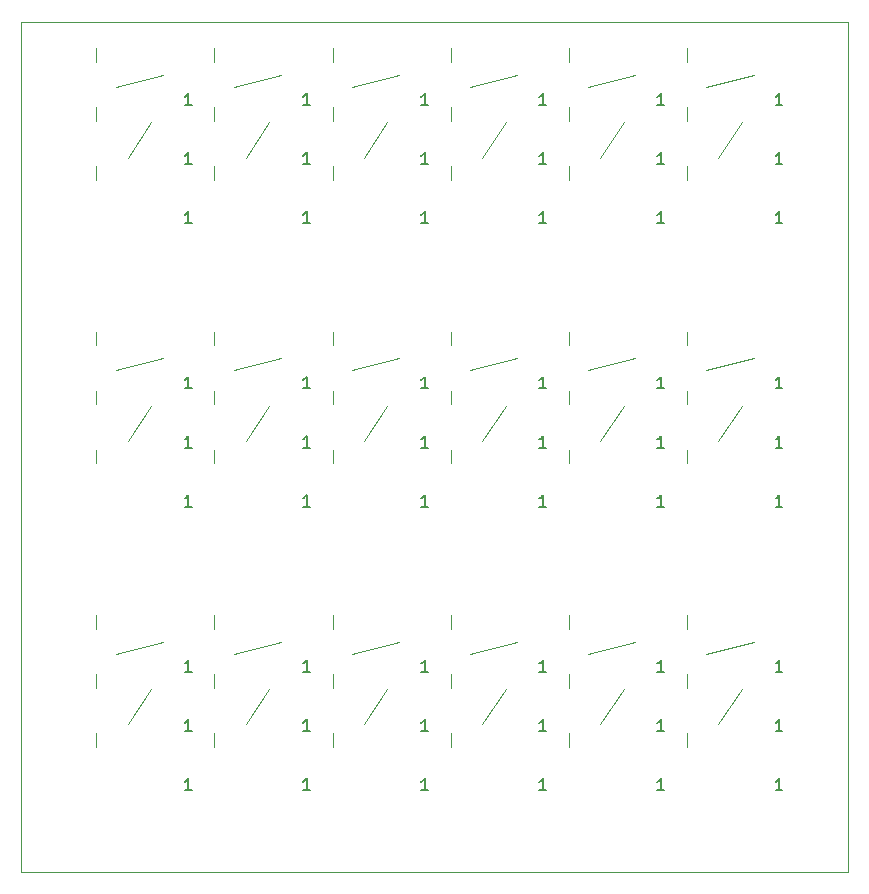
<source format=gbr>
G04 #@! TF.GenerationSoftware,KiCad,Pcbnew,5.1.10-88a1d61d58~90~ubuntu21.04.1*
G04 #@! TF.CreationDate,2021-10-01T11:59:45+02:00*
G04 #@! TF.ProjectId,IndicatorLeds,496e6469-6361-4746-9f72-4c6564732e6b,rev?*
G04 #@! TF.SameCoordinates,Original*
G04 #@! TF.FileFunction,Legend,Top*
G04 #@! TF.FilePolarity,Positive*
%FSLAX46Y46*%
G04 Gerber Fmt 4.6, Leading zero omitted, Abs format (unit mm)*
G04 Created by KiCad (PCBNEW 5.1.10-88a1d61d58~90~ubuntu21.04.1) date 2021-10-01 11:59:45*
%MOMM*%
%LPD*%
G01*
G04 APERTURE LIST*
G04 #@! TA.AperFunction,Profile*
%ADD10C,0.100000*%
G04 #@! TD*
%ADD11C,0.120000*%
%ADD12C,0.150000*%
G04 APERTURE END LIST*
D10*
X45000000Y-49999000D02*
X110000000Y-49999000D01*
X45000000Y-122001000D02*
X45000000Y-49999000D01*
X115001000Y-122001000D02*
X45000000Y-122001000D01*
X115001000Y-49999000D02*
X115001000Y-122001000D01*
X110000000Y-49999000D02*
X115001000Y-49999000D01*
D11*
X106000026Y-106500011D02*
X104000026Y-109500011D01*
X103000026Y-103500011D02*
X107000026Y-102500011D01*
X96000021Y-106500011D02*
X94000021Y-109500011D01*
X93000021Y-103500011D02*
X97000021Y-102500011D01*
X86000016Y-106500011D02*
X84000016Y-109500011D01*
X83000016Y-103500011D02*
X87000016Y-102500011D01*
X76000011Y-106500011D02*
X74000011Y-109500011D01*
X73000011Y-103500011D02*
X77000011Y-102500011D01*
X66000006Y-106500011D02*
X64000006Y-109500011D01*
X63000006Y-103500011D02*
X67000006Y-102500011D01*
X56000001Y-106500011D02*
X54000001Y-109500011D01*
X53000001Y-103500011D02*
X57000001Y-102500011D01*
X106000026Y-82500006D02*
X104000026Y-85500006D01*
X103000026Y-79500006D02*
X107000026Y-78500006D01*
X96000021Y-82500006D02*
X94000021Y-85500006D01*
X93000021Y-79500006D02*
X97000021Y-78500006D01*
X86000016Y-82500006D02*
X84000016Y-85500006D01*
X83000016Y-79500006D02*
X87000016Y-78500006D01*
X76000011Y-82500006D02*
X74000011Y-85500006D01*
X73000011Y-79500006D02*
X77000011Y-78500006D01*
X66000006Y-82500006D02*
X64000006Y-85500006D01*
X63000006Y-79500006D02*
X67000006Y-78500006D01*
X56000001Y-82500006D02*
X54000001Y-85500006D01*
X53000001Y-79500006D02*
X57000001Y-78500006D01*
X106000026Y-58500001D02*
X104000026Y-61500001D01*
X103000026Y-55500001D02*
X107000026Y-54500001D01*
X96000021Y-58500001D02*
X94000021Y-61500001D01*
X93000021Y-55500001D02*
X97000021Y-54500001D01*
X86000016Y-58500001D02*
X84000016Y-61500001D01*
X83000016Y-55500001D02*
X87000016Y-54500001D01*
X76000011Y-58500001D02*
X74000011Y-61500001D01*
X73000011Y-55500001D02*
X77000011Y-54500001D01*
X66000006Y-58500001D02*
X64000006Y-61500001D01*
X63000006Y-55500001D02*
X67000006Y-54500001D01*
X56000001Y-58500001D02*
X54000001Y-61500001D01*
X53000001Y-55500001D02*
X57000001Y-54500001D01*
G04 #@! TO.C,D1*
X101350026Y-110250011D02*
X101350026Y-111400011D01*
G04 #@! TO.C,D2*
X101350026Y-105250011D02*
X101350026Y-106400011D01*
G04 #@! TO.C,D3*
X101350026Y-100250011D02*
X101350026Y-101400011D01*
G04 #@! TO.C,D1*
X91350021Y-110250011D02*
X91350021Y-111400011D01*
G04 #@! TO.C,D2*
X91350021Y-105250011D02*
X91350021Y-106400011D01*
G04 #@! TO.C,D3*
X91350021Y-100250011D02*
X91350021Y-101400011D01*
G04 #@! TO.C,D1*
X81350016Y-110250011D02*
X81350016Y-111400011D01*
G04 #@! TO.C,D2*
X81350016Y-105250011D02*
X81350016Y-106400011D01*
G04 #@! TO.C,D3*
X81350016Y-100250011D02*
X81350016Y-101400011D01*
G04 #@! TO.C,D1*
X71350011Y-110250011D02*
X71350011Y-111400011D01*
G04 #@! TO.C,D2*
X71350011Y-105250011D02*
X71350011Y-106400011D01*
G04 #@! TO.C,D3*
X71350011Y-100250011D02*
X71350011Y-101400011D01*
G04 #@! TO.C,D1*
X61350006Y-110250011D02*
X61350006Y-111400011D01*
G04 #@! TO.C,D2*
X61350006Y-105250011D02*
X61350006Y-106400011D01*
G04 #@! TO.C,D3*
X61350006Y-100250011D02*
X61350006Y-101400011D01*
G04 #@! TO.C,D1*
X51350001Y-110250011D02*
X51350001Y-111400011D01*
G04 #@! TO.C,D2*
X51350001Y-105250011D02*
X51350001Y-106400011D01*
G04 #@! TO.C,D3*
X51350001Y-100250011D02*
X51350001Y-101400011D01*
G04 #@! TO.C,D1*
X101350026Y-86250006D02*
X101350026Y-87400006D01*
G04 #@! TO.C,D2*
X101350026Y-81250006D02*
X101350026Y-82400006D01*
G04 #@! TO.C,D3*
X101350026Y-76250006D02*
X101350026Y-77400006D01*
G04 #@! TO.C,D1*
X91350021Y-86250006D02*
X91350021Y-87400006D01*
G04 #@! TO.C,D2*
X91350021Y-81250006D02*
X91350021Y-82400006D01*
G04 #@! TO.C,D3*
X91350021Y-76250006D02*
X91350021Y-77400006D01*
G04 #@! TO.C,D1*
X81350016Y-86250006D02*
X81350016Y-87400006D01*
G04 #@! TO.C,D2*
X81350016Y-81250006D02*
X81350016Y-82400006D01*
G04 #@! TO.C,D3*
X81350016Y-76250006D02*
X81350016Y-77400006D01*
G04 #@! TO.C,D1*
X71350011Y-86250006D02*
X71350011Y-87400006D01*
G04 #@! TO.C,D2*
X71350011Y-81250006D02*
X71350011Y-82400006D01*
G04 #@! TO.C,D3*
X71350011Y-76250006D02*
X71350011Y-77400006D01*
G04 #@! TO.C,D1*
X61350006Y-86250006D02*
X61350006Y-87400006D01*
G04 #@! TO.C,D2*
X61350006Y-81250006D02*
X61350006Y-82400006D01*
G04 #@! TO.C,D3*
X61350006Y-76250006D02*
X61350006Y-77400006D01*
G04 #@! TO.C,D1*
X51350001Y-86250006D02*
X51350001Y-87400006D01*
G04 #@! TO.C,D2*
X51350001Y-81250006D02*
X51350001Y-82400006D01*
G04 #@! TO.C,D3*
X51350001Y-76250006D02*
X51350001Y-77400006D01*
G04 #@! TO.C,D1*
X101350026Y-62250001D02*
X101350026Y-63400001D01*
G04 #@! TO.C,D2*
X101350026Y-57250001D02*
X101350026Y-58400001D01*
G04 #@! TO.C,D3*
X101350026Y-52250001D02*
X101350026Y-53400001D01*
G04 #@! TO.C,D1*
X91350021Y-62250001D02*
X91350021Y-63400001D01*
G04 #@! TO.C,D2*
X91350021Y-57250001D02*
X91350021Y-58400001D01*
G04 #@! TO.C,D3*
X91350021Y-52250001D02*
X91350021Y-53400001D01*
G04 #@! TO.C,D1*
X81350016Y-62250001D02*
X81350016Y-63400001D01*
G04 #@! TO.C,D2*
X81350016Y-57250001D02*
X81350016Y-58400001D01*
G04 #@! TO.C,D3*
X81350016Y-52250001D02*
X81350016Y-53400001D01*
G04 #@! TO.C,D1*
X71350011Y-62250001D02*
X71350011Y-63400001D01*
G04 #@! TO.C,D2*
X71350011Y-57250001D02*
X71350011Y-58400001D01*
G04 #@! TO.C,D3*
X71350011Y-52250001D02*
X71350011Y-53400001D01*
G04 #@! TO.C,D1*
X61350006Y-62250001D02*
X61350006Y-63400001D01*
G04 #@! TO.C,D2*
X61350006Y-57250001D02*
X61350006Y-58400001D01*
G04 #@! TO.C,D3*
X61350006Y-52250001D02*
X61350006Y-53400001D01*
G04 #@! TO.C,D1*
X51350001Y-62250001D02*
X51350001Y-63400001D01*
G04 #@! TO.C,D2*
X51350001Y-57250001D02*
X51350001Y-58400001D01*
G04 #@! TO.C,D3*
X51350001Y-52250001D02*
X51350001Y-53400001D01*
G04 #@! TD*
G04 #@! TO.C,D1*
D12*
X109435740Y-115052391D02*
X108864311Y-115052391D01*
X109150026Y-115052391D02*
X109150026Y-114052391D01*
X109054787Y-114195249D01*
X108959549Y-114290487D01*
X108864311Y-114338106D01*
G04 #@! TO.C,D2*
X109435740Y-110052391D02*
X108864311Y-110052391D01*
X109150026Y-110052391D02*
X109150026Y-109052391D01*
X109054787Y-109195249D01*
X108959549Y-109290487D01*
X108864311Y-109338106D01*
G04 #@! TO.C,D3*
X109435740Y-105052391D02*
X108864311Y-105052391D01*
X109150026Y-105052391D02*
X109150026Y-104052391D01*
X109054787Y-104195249D01*
X108959549Y-104290487D01*
X108864311Y-104338106D01*
G04 #@! TO.C,D1*
X99435735Y-115052391D02*
X98864306Y-115052391D01*
X99150021Y-115052391D02*
X99150021Y-114052391D01*
X99054782Y-114195249D01*
X98959544Y-114290487D01*
X98864306Y-114338106D01*
G04 #@! TO.C,D2*
X99435735Y-110052391D02*
X98864306Y-110052391D01*
X99150021Y-110052391D02*
X99150021Y-109052391D01*
X99054782Y-109195249D01*
X98959544Y-109290487D01*
X98864306Y-109338106D01*
G04 #@! TO.C,D3*
X99435735Y-105052391D02*
X98864306Y-105052391D01*
X99150021Y-105052391D02*
X99150021Y-104052391D01*
X99054782Y-104195249D01*
X98959544Y-104290487D01*
X98864306Y-104338106D01*
G04 #@! TO.C,D1*
X89435730Y-115052391D02*
X88864301Y-115052391D01*
X89150016Y-115052391D02*
X89150016Y-114052391D01*
X89054777Y-114195249D01*
X88959539Y-114290487D01*
X88864301Y-114338106D01*
G04 #@! TO.C,D2*
X89435730Y-110052391D02*
X88864301Y-110052391D01*
X89150016Y-110052391D02*
X89150016Y-109052391D01*
X89054777Y-109195249D01*
X88959539Y-109290487D01*
X88864301Y-109338106D01*
G04 #@! TO.C,D3*
X89435730Y-105052391D02*
X88864301Y-105052391D01*
X89150016Y-105052391D02*
X89150016Y-104052391D01*
X89054777Y-104195249D01*
X88959539Y-104290487D01*
X88864301Y-104338106D01*
G04 #@! TO.C,D1*
X79435725Y-115052391D02*
X78864296Y-115052391D01*
X79150011Y-115052391D02*
X79150011Y-114052391D01*
X79054772Y-114195249D01*
X78959534Y-114290487D01*
X78864296Y-114338106D01*
G04 #@! TO.C,D2*
X79435725Y-110052391D02*
X78864296Y-110052391D01*
X79150011Y-110052391D02*
X79150011Y-109052391D01*
X79054772Y-109195249D01*
X78959534Y-109290487D01*
X78864296Y-109338106D01*
G04 #@! TO.C,D3*
X79435725Y-105052391D02*
X78864296Y-105052391D01*
X79150011Y-105052391D02*
X79150011Y-104052391D01*
X79054772Y-104195249D01*
X78959534Y-104290487D01*
X78864296Y-104338106D01*
G04 #@! TO.C,D1*
X69435720Y-115052391D02*
X68864291Y-115052391D01*
X69150006Y-115052391D02*
X69150006Y-114052391D01*
X69054767Y-114195249D01*
X68959529Y-114290487D01*
X68864291Y-114338106D01*
G04 #@! TO.C,D2*
X69435720Y-110052391D02*
X68864291Y-110052391D01*
X69150006Y-110052391D02*
X69150006Y-109052391D01*
X69054767Y-109195249D01*
X68959529Y-109290487D01*
X68864291Y-109338106D01*
G04 #@! TO.C,D3*
X69435720Y-105052391D02*
X68864291Y-105052391D01*
X69150006Y-105052391D02*
X69150006Y-104052391D01*
X69054767Y-104195249D01*
X68959529Y-104290487D01*
X68864291Y-104338106D01*
G04 #@! TO.C,D1*
X59435715Y-115052391D02*
X58864286Y-115052391D01*
X59150001Y-115052391D02*
X59150001Y-114052391D01*
X59054762Y-114195249D01*
X58959524Y-114290487D01*
X58864286Y-114338106D01*
G04 #@! TO.C,D2*
X59435715Y-110052391D02*
X58864286Y-110052391D01*
X59150001Y-110052391D02*
X59150001Y-109052391D01*
X59054762Y-109195249D01*
X58959524Y-109290487D01*
X58864286Y-109338106D01*
G04 #@! TO.C,D3*
X59435715Y-105052391D02*
X58864286Y-105052391D01*
X59150001Y-105052391D02*
X59150001Y-104052391D01*
X59054762Y-104195249D01*
X58959524Y-104290487D01*
X58864286Y-104338106D01*
G04 #@! TO.C,D1*
X109435740Y-91052386D02*
X108864311Y-91052386D01*
X109150026Y-91052386D02*
X109150026Y-90052386D01*
X109054787Y-90195244D01*
X108959549Y-90290482D01*
X108864311Y-90338101D01*
G04 #@! TO.C,D2*
X109435740Y-86052386D02*
X108864311Y-86052386D01*
X109150026Y-86052386D02*
X109150026Y-85052386D01*
X109054787Y-85195244D01*
X108959549Y-85290482D01*
X108864311Y-85338101D01*
G04 #@! TO.C,D3*
X109435740Y-81052386D02*
X108864311Y-81052386D01*
X109150026Y-81052386D02*
X109150026Y-80052386D01*
X109054787Y-80195244D01*
X108959549Y-80290482D01*
X108864311Y-80338101D01*
G04 #@! TO.C,D1*
X99435735Y-91052386D02*
X98864306Y-91052386D01*
X99150021Y-91052386D02*
X99150021Y-90052386D01*
X99054782Y-90195244D01*
X98959544Y-90290482D01*
X98864306Y-90338101D01*
G04 #@! TO.C,D2*
X99435735Y-86052386D02*
X98864306Y-86052386D01*
X99150021Y-86052386D02*
X99150021Y-85052386D01*
X99054782Y-85195244D01*
X98959544Y-85290482D01*
X98864306Y-85338101D01*
G04 #@! TO.C,D3*
X99435735Y-81052386D02*
X98864306Y-81052386D01*
X99150021Y-81052386D02*
X99150021Y-80052386D01*
X99054782Y-80195244D01*
X98959544Y-80290482D01*
X98864306Y-80338101D01*
G04 #@! TO.C,D1*
X89435730Y-91052386D02*
X88864301Y-91052386D01*
X89150016Y-91052386D02*
X89150016Y-90052386D01*
X89054777Y-90195244D01*
X88959539Y-90290482D01*
X88864301Y-90338101D01*
G04 #@! TO.C,D2*
X89435730Y-86052386D02*
X88864301Y-86052386D01*
X89150016Y-86052386D02*
X89150016Y-85052386D01*
X89054777Y-85195244D01*
X88959539Y-85290482D01*
X88864301Y-85338101D01*
G04 #@! TO.C,D3*
X89435730Y-81052386D02*
X88864301Y-81052386D01*
X89150016Y-81052386D02*
X89150016Y-80052386D01*
X89054777Y-80195244D01*
X88959539Y-80290482D01*
X88864301Y-80338101D01*
G04 #@! TO.C,D1*
X79435725Y-91052386D02*
X78864296Y-91052386D01*
X79150011Y-91052386D02*
X79150011Y-90052386D01*
X79054772Y-90195244D01*
X78959534Y-90290482D01*
X78864296Y-90338101D01*
G04 #@! TO.C,D2*
X79435725Y-86052386D02*
X78864296Y-86052386D01*
X79150011Y-86052386D02*
X79150011Y-85052386D01*
X79054772Y-85195244D01*
X78959534Y-85290482D01*
X78864296Y-85338101D01*
G04 #@! TO.C,D3*
X79435725Y-81052386D02*
X78864296Y-81052386D01*
X79150011Y-81052386D02*
X79150011Y-80052386D01*
X79054772Y-80195244D01*
X78959534Y-80290482D01*
X78864296Y-80338101D01*
G04 #@! TO.C,D1*
X69435720Y-91052386D02*
X68864291Y-91052386D01*
X69150006Y-91052386D02*
X69150006Y-90052386D01*
X69054767Y-90195244D01*
X68959529Y-90290482D01*
X68864291Y-90338101D01*
G04 #@! TO.C,D2*
X69435720Y-86052386D02*
X68864291Y-86052386D01*
X69150006Y-86052386D02*
X69150006Y-85052386D01*
X69054767Y-85195244D01*
X68959529Y-85290482D01*
X68864291Y-85338101D01*
G04 #@! TO.C,D3*
X69435720Y-81052386D02*
X68864291Y-81052386D01*
X69150006Y-81052386D02*
X69150006Y-80052386D01*
X69054767Y-80195244D01*
X68959529Y-80290482D01*
X68864291Y-80338101D01*
G04 #@! TO.C,D1*
X59435715Y-91052386D02*
X58864286Y-91052386D01*
X59150001Y-91052386D02*
X59150001Y-90052386D01*
X59054762Y-90195244D01*
X58959524Y-90290482D01*
X58864286Y-90338101D01*
G04 #@! TO.C,D2*
X59435715Y-86052386D02*
X58864286Y-86052386D01*
X59150001Y-86052386D02*
X59150001Y-85052386D01*
X59054762Y-85195244D01*
X58959524Y-85290482D01*
X58864286Y-85338101D01*
G04 #@! TO.C,D3*
X59435715Y-81052386D02*
X58864286Y-81052386D01*
X59150001Y-81052386D02*
X59150001Y-80052386D01*
X59054762Y-80195244D01*
X58959524Y-80290482D01*
X58864286Y-80338101D01*
G04 #@! TO.C,D1*
X109435740Y-67052381D02*
X108864311Y-67052381D01*
X109150026Y-67052381D02*
X109150026Y-66052381D01*
X109054787Y-66195239D01*
X108959549Y-66290477D01*
X108864311Y-66338096D01*
G04 #@! TO.C,D2*
X109435740Y-62052381D02*
X108864311Y-62052381D01*
X109150026Y-62052381D02*
X109150026Y-61052381D01*
X109054787Y-61195239D01*
X108959549Y-61290477D01*
X108864311Y-61338096D01*
G04 #@! TO.C,D3*
X109435740Y-57052381D02*
X108864311Y-57052381D01*
X109150026Y-57052381D02*
X109150026Y-56052381D01*
X109054787Y-56195239D01*
X108959549Y-56290477D01*
X108864311Y-56338096D01*
G04 #@! TO.C,D1*
X99435735Y-67052381D02*
X98864306Y-67052381D01*
X99150021Y-67052381D02*
X99150021Y-66052381D01*
X99054782Y-66195239D01*
X98959544Y-66290477D01*
X98864306Y-66338096D01*
G04 #@! TO.C,D2*
X99435735Y-62052381D02*
X98864306Y-62052381D01*
X99150021Y-62052381D02*
X99150021Y-61052381D01*
X99054782Y-61195239D01*
X98959544Y-61290477D01*
X98864306Y-61338096D01*
G04 #@! TO.C,D3*
X99435735Y-57052381D02*
X98864306Y-57052381D01*
X99150021Y-57052381D02*
X99150021Y-56052381D01*
X99054782Y-56195239D01*
X98959544Y-56290477D01*
X98864306Y-56338096D01*
G04 #@! TO.C,D1*
X89435730Y-67052381D02*
X88864301Y-67052381D01*
X89150016Y-67052381D02*
X89150016Y-66052381D01*
X89054777Y-66195239D01*
X88959539Y-66290477D01*
X88864301Y-66338096D01*
G04 #@! TO.C,D2*
X89435730Y-62052381D02*
X88864301Y-62052381D01*
X89150016Y-62052381D02*
X89150016Y-61052381D01*
X89054777Y-61195239D01*
X88959539Y-61290477D01*
X88864301Y-61338096D01*
G04 #@! TO.C,D3*
X89435730Y-57052381D02*
X88864301Y-57052381D01*
X89150016Y-57052381D02*
X89150016Y-56052381D01*
X89054777Y-56195239D01*
X88959539Y-56290477D01*
X88864301Y-56338096D01*
G04 #@! TO.C,D1*
X79435725Y-67052381D02*
X78864296Y-67052381D01*
X79150011Y-67052381D02*
X79150011Y-66052381D01*
X79054772Y-66195239D01*
X78959534Y-66290477D01*
X78864296Y-66338096D01*
G04 #@! TO.C,D2*
X79435725Y-62052381D02*
X78864296Y-62052381D01*
X79150011Y-62052381D02*
X79150011Y-61052381D01*
X79054772Y-61195239D01*
X78959534Y-61290477D01*
X78864296Y-61338096D01*
G04 #@! TO.C,D3*
X79435725Y-57052381D02*
X78864296Y-57052381D01*
X79150011Y-57052381D02*
X79150011Y-56052381D01*
X79054772Y-56195239D01*
X78959534Y-56290477D01*
X78864296Y-56338096D01*
G04 #@! TO.C,D1*
X69435720Y-67052381D02*
X68864291Y-67052381D01*
X69150006Y-67052381D02*
X69150006Y-66052381D01*
X69054767Y-66195239D01*
X68959529Y-66290477D01*
X68864291Y-66338096D01*
G04 #@! TO.C,D2*
X69435720Y-62052381D02*
X68864291Y-62052381D01*
X69150006Y-62052381D02*
X69150006Y-61052381D01*
X69054767Y-61195239D01*
X68959529Y-61290477D01*
X68864291Y-61338096D01*
G04 #@! TO.C,D3*
X69435720Y-57052381D02*
X68864291Y-57052381D01*
X69150006Y-57052381D02*
X69150006Y-56052381D01*
X69054767Y-56195239D01*
X68959529Y-56290477D01*
X68864291Y-56338096D01*
G04 #@! TO.C,D1*
X59435715Y-67052381D02*
X58864286Y-67052381D01*
X59150001Y-67052381D02*
X59150001Y-66052381D01*
X59054762Y-66195239D01*
X58959524Y-66290477D01*
X58864286Y-66338096D01*
G04 #@! TO.C,D2*
X59435715Y-62052381D02*
X58864286Y-62052381D01*
X59150001Y-62052381D02*
X59150001Y-61052381D01*
X59054762Y-61195239D01*
X58959524Y-61290477D01*
X58864286Y-61338096D01*
G04 #@! TO.C,D3*
X59435715Y-57052381D02*
X58864286Y-57052381D01*
X59150001Y-57052381D02*
X59150001Y-56052381D01*
X59054762Y-56195239D01*
X58959524Y-56290477D01*
X58864286Y-56338096D01*
G04 #@! TD*
M02*

</source>
